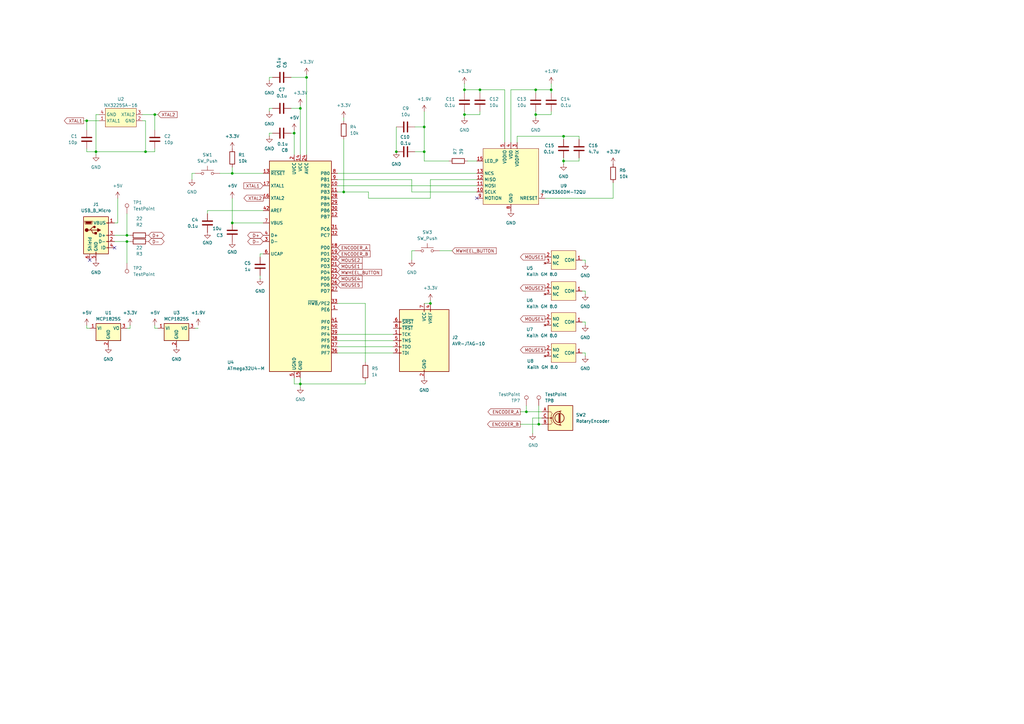
<source format=kicad_sch>
(kicad_sch (version 20231120) (generator "eeschema") (generator_version "8.0")
  (paper "A3")
  (title_block (title "Remmy") (date "2025-03-07") (rev "1.2"))
  (lib_symbols
    (symbol "Connector:AVR-JTAG-10" (pin_names (offset 1.016))
      (property "Reference" "J" (at -8.89 13.97 0))
      (property "Value" "AVR-JTAG-10" (at 1.27 13.97 0))
      (symbol "AVR-JTAG-10_0_1"
        (rectangle (start -2.667 12.7) (end -2.413 11.938))
        (rectangle (start -0.127 -11.938) (end 0.127 -12.7))
        (rectangle (start -0.127 12.7) (end 0.127 11.938))
        (rectangle (start 10.16 -4.953) (end 9.398 -5.207))
        (rectangle (start 10.16 -2.413) (end 9.398 -2.667))
        (rectangle (start 10.16 0.127) (end 9.398 -0.127))
        (rectangle (start 10.16 2.667) (end 9.398 2.413))
        (rectangle (start 10.16 5.207) (end 9.398 4.953))
        (rectangle (start 10.16 7.747) (end 9.398 7.493))
        (rectangle (start 10.16 12.7) (end -10.16 -12.7) (stroke (width 0.254)) (fill (type background)))
      )
      (symbol "AVR-JTAG-10_1_1"
        (pin passive line (at 12.7 2.54 180) (length 2.54) (name "TCK") (number "1"))
        (pin passive line (at 0 -15.24 90) (length 2.54) hide (name "GND") (number "10"))
        (pin passive line (at 0 -15.24 90) (length 2.54) (name "GND") (number "2"))
        (pin passive line (at 12.7 -2.54 180) (length 2.54) (name "TDO") (number "3"))
        (pin passive line (at -2.54 15.24 270) (length 2.54) (name "VREF") (number "4"))
        (pin passive line (at 12.7 0 180) (length 2.54) (name "TMS") (number "5"))
        (pin passive line (at 12.7 7.62 180) (length 2.54) (name "~{SRST}") (number "6"))
        (pin passive line (at 0 15.24 270) (length 2.54) (name "VCC") (number "7"))
        (pin passive line (at 12.7 5.08 180) (length 2.54) (name "~{TRST}") (number "8"))
        (pin passive line (at 12.7 -5.08 180) (length 2.54) (name "TDI") (number "9"))
      )
    )
    (symbol "Connector:TestPoint" (pin_numbers hide) (pin_names (offset 0.762) hide)
      (property "Reference" "TP" (at 0 6.858 0))
      (property "Value" "TestPoint" (at 0 5.08 0))
      (symbol "TestPoint_0_1"
        (circle (center 0 3.302) (radius 0.762))
      )
      (symbol "TestPoint_1_1"
        (pin passive line (at 0 0 90) (length 2.54) (name "1") (number "1"))
      )
    )
    (symbol "Connector:USB_B_Micro" (pin_names (offset 1.016))
      (property "Reference" "J" (at -5.08 11.43 0))
      (property "Value" "USB_B_Micro" (at -5.08 8.89 0))
      (symbol "USB_B_Micro_0_1"
        (rectangle (start -5.08 -7.62) (end 5.08 7.62) (stroke (width 0.254)) (fill (type background)))
        (circle (center -3.81 2.159) (radius 0.635) (stroke (width 0.254)) (fill (type outline)))
        (circle (center -0.635 3.429) (radius 0.381) (stroke (width 0.254)) (fill (type outline)))
        (rectangle (start -0.127 -7.62) (end 0.127 -6.858))
        (polyline (pts (xy -1.905 2.159) (xy 0.635 2.159)) (stroke (width 0.254)))
        (polyline (pts (xy -3.175 2.159) (xy -2.54 2.159) (xy -1.27 3.429) (xy -0.635 3.429)) (stroke (width 0.254)))
        (polyline (pts (xy -2.54 2.159) (xy -1.905 2.159) (xy -1.27 0.889) (xy 0 0.889)) (stroke (width 0.254)))
        (polyline (pts (xy 0.635 2.794) (xy 0.635 1.524) (xy 1.905 2.159) (xy 0.635 2.794)) (stroke (width 0.254)) (fill (type outline)))
        (polyline (pts (xy -4.318 5.588) (xy -1.778 5.588) (xy -2.032 4.826) (xy -4.064 4.826) (xy -4.318 5.588)) (fill (type outline)))
        (polyline (pts (xy -4.699 5.842) (xy -4.699 5.588) (xy -4.445 4.826) (xy -4.445 4.572) (xy -1.651 4.572) (xy -1.651 4.826) (xy -1.397 5.588) (xy -1.397 5.842) (xy -4.699 5.842)))
        (rectangle (start 0.254 1.27) (end -0.508 0.508) (stroke (width 0.254)) (fill (type outline)))
        (rectangle (start 5.08 -5.207) (end 4.318 -4.953))
        (rectangle (start 5.08 -2.667) (end 4.318 -2.413))
        (rectangle (start 5.08 -0.127) (end 4.318 0.127))
        (rectangle (start 5.08 4.953) (end 4.318 5.207))
      )
      (symbol "USB_B_Micro_1_1"
        (pin power_out line (at 7.62 5.08 180) (length 2.54) (name "VBUS") (number "1"))
        (pin bidirectional line (at 7.62 -2.54 180) (length 2.54) (name "D-") (number "2"))
        (pin bidirectional line (at 7.62 0 180) (length 2.54) (name "D+") (number "3"))
        (pin passive line (at 7.62 -5.08 180) (length 2.54) (name "ID") (number "4"))
        (pin power_out line (at 0 -10.16 90) (length 2.54) (name "GND") (number "5"))
        (pin passive line (at -2.54 -10.16 90) (length 2.54) (name "Shield") (number "6"))
      )
    )
    (symbol "Device:C" (pin_numbers hide) (pin_names (offset 0.254))
      (property "Reference" "C" (at 0.635 2.54 0))
      (property "Value" "C" (at 0.635 -2.54 0))
      (symbol "C_0_1"
        (polyline (pts (xy -2.032 -0.762) (xy 2.032 -0.762)) (stroke (width 0.508)))
        (polyline (pts (xy -2.032 0.762) (xy 2.032 0.762)) (stroke (width 0.508)))
      )
      (symbol "C_1_1"
        (pin passive line (at 0 3.81 270) (length 2.794) (name "~") (number "1"))
        (pin passive line (at 0 -3.81 90) (length 2.794) (name "~") (number "2"))
      )
    )
    (symbol "Device:R" (pin_numbers hide) (pin_names (offset 0))
      (property "Reference" "R" (at 2.032 0 90))
      (property "Value" "R" (at 0 0 90))
      (symbol "R_0_1"
        (rectangle (start -1.016 -2.54) (end 1.016 2.54) (stroke (width 0.254)))
      )
      (symbol "R_1_1"
        (pin passive line (at 0 3.81 270) (length 1.27) (name "~") (number "1"))
        (pin passive line (at 0 -3.81 90) (length 1.27) (name "~") (number "2"))
      )
    )
    (symbol "Device:RotaryEncoder" (pin_names (offset 0.254) hide)
      (property "Reference" "SW" (at 0 6.604 0))
      (property "Value" "RotaryEncoder" (at 0 -6.604 0))
      (symbol "RotaryEncoder_0_1"
        (rectangle (start -5.08 5.08) (end 5.08 -5.08) (stroke (width 0.254)) (fill (type background)))
        (circle (center -3.81 0) (radius 0.254) (fill (type outline)))
        (circle (center -0.381 0) (radius 1.905) (stroke (width 0.254)))
        (arc (start -0.381 2.667) (mid -3.0988 -0.0635) (end -0.381 -2.794) (stroke (width 0.254)))
        (polyline (pts (xy -0.635 -1.778) (xy -0.635 1.778)) (stroke (width 0.254)))
        (polyline (pts (xy -0.381 -1.778) (xy -0.381 1.778)) (stroke (width 0.254)))
        (polyline (pts (xy -0.127 1.778) (xy -0.127 -1.778)) (stroke (width 0.254)))
        (polyline (pts (xy -5.08 -2.54) (xy -3.81 -2.54) (xy -3.81 -2.032)))
        (polyline (pts (xy -5.08 2.54) (xy -3.81 2.54) (xy -3.81 2.032)))
        (polyline (pts (xy 0.254 -3.048) (xy -0.508 -2.794) (xy 0.127 -2.413)) (stroke (width 0.254)))
        (polyline (pts (xy 0.254 2.921) (xy -0.508 2.667) (xy 0.127 2.286)) (stroke (width 0.254)))
        (polyline (pts (xy -5.08 0) (xy -3.81 0) (xy -3.81 -1.016) (xy -3.302 -2.032)))
        (polyline (pts (xy -4.318 0) (xy -3.81 0) (xy -3.81 1.016) (xy -3.302 2.032)))
      )
      (symbol "RotaryEncoder_1_1"
        (pin passive line (at -7.62 2.54 0) (length 2.54) (name "A") (number "A"))
        (pin passive line (at -7.62 -2.54 0) (length 2.54) (name "B") (number "B"))
        (pin passive line (at -7.62 0 0) (length 2.54) (name "C") (number "C"))
      )
    )
    (symbol "MCU_Microchip_ATmega:ATmega32U4-M"
      (property "Reference" "U" (at -12.7 44.45 0))
      (property "Value" "ATmega32U4-M" (at 2.54 -44.45 0))
      (symbol "ATmega32U4-M_0_1"
        (rectangle (start -12.7 -43.18) (end 12.7 43.18) (stroke (width 0.254)) (fill (type background)))
      )
      (symbol "ATmega32U4-M_1_1"
        (pin bidirectional line (at 15.24 -17.78 180) (length 2.54) (name "PE6") (number "1"))
        (pin bidirectional line (at 15.24 33.02 180) (length 2.54) (name "PB2") (number "10"))
        (pin bidirectional line (at 15.24 30.48 180) (length 2.54) (name "PB3") (number "11"))
        (pin bidirectional line (at 15.24 20.32 180) (length 2.54) (name "PB7") (number "12"))
        (pin input line (at -15.24 38.1 0) (length 2.54) (name "~{RESET}") (number "13"))
        (pin power_in line (at 0 45.72 270) (length 2.54) (name "VCC") (number "14"))
        (pin power_in line (at 0 -45.72 90) (length 2.54) (name "GND") (number "15"))
        (pin output line (at -15.24 27.94 0) (length 2.54) (name "XTAL2") (number "16"))
        (pin input line (at -15.24 33.02 0) (length 2.54) (name "XTAL1") (number "17"))
        (pin bidirectional line (at 15.24 7.62 180) (length 2.54) (name "PD0") (number "18"))
        (pin bidirectional line (at 15.24 5.08 180) (length 2.54) (name "PD1") (number "19"))
        (pin power_in line (at -2.54 45.72 270) (length 2.54) (name "UVCC") (number "2"))
        (pin bidirectional line (at 15.24 2.54 180) (length 2.54) (name "PD2") (number "20"))
        (pin bidirectional line (at 15.24 0 180) (length 2.54) (name "PD3") (number "21"))
        (pin bidirectional line (at 15.24 -5.08 180) (length 2.54) (name "PD5") (number "22"))
        (pin passive line (at 0 -45.72 90) (length 2.54) hide (name "GND") (number "23"))
        (pin power_in line (at 2.54 45.72 270) (length 2.54) (name "AVCC") (number "24"))
        (pin bidirectional line (at 15.24 -2.54 180) (length 2.54) (name "PD4") (number "25"))
        (pin bidirectional line (at 15.24 -7.62 180) (length 2.54) (name "PD6") (number "26"))
        (pin bidirectional line (at 15.24 -10.16 180) (length 2.54) (name "PD7") (number "27"))
        (pin bidirectional line (at 15.24 27.94 180) (length 2.54) (name "PB4") (number "28"))
        (pin bidirectional line (at 15.24 25.4 180) (length 2.54) (name "PB5") (number "29"))
        (pin bidirectional line (at -15.24 10.16 0) (length 2.54) (name "D-") (number "3"))
        (pin bidirectional line (at 15.24 22.86 180) (length 2.54) (name "PB6") (number "30"))
        (pin bidirectional line (at 15.24 15.24 180) (length 2.54) (name "PC6") (number "31"))
        (pin bidirectional line (at 15.24 12.7 180) (length 2.54) (name "PC7") (number "32"))
        (pin bidirectional line (at 15.24 -15.24 180) (length 2.54) (name "~{HWB}/PE2") (number "33"))
        (pin passive line (at 0 45.72 270) (length 2.54) hide (name "VCC") (number "34"))
        (pin passive line (at 0 -45.72 90) (length 2.54) hide (name "GND") (number "35"))
        (pin bidirectional line (at 15.24 -35.56 180) (length 2.54) (name "PF7") (number "36"))
        (pin bidirectional line (at 15.24 -33.02 180) (length 2.54) (name "PF6") (number "37"))
        (pin bidirectional line (at 15.24 -30.48 180) (length 2.54) (name "PF5") (number "38"))
        (pin bidirectional line (at 15.24 -27.94 180) (length 2.54) (name "PF4") (number "39"))
        (pin bidirectional line (at -15.24 12.7 0) (length 2.54) (name "D+") (number "4"))
        (pin bidirectional line (at 15.24 -25.4 180) (length 2.54) (name "PF1") (number "40"))
        (pin bidirectional line (at 15.24 -22.86 180) (length 2.54) (name "PF0") (number "41"))
        (pin passive line (at -15.24 22.86 0) (length 2.54) (name "AREF") (number "42"))
        (pin passive line (at 0 -45.72 90) (length 2.54) hide (name "GND") (number "43"))
        (pin passive line (at 2.54 45.72 270) (length 2.54) hide (name "AVCC") (number "44"))
        (pin passive line (at 0 -45.72 90) (length 2.54) hide (name "GND") (number "45"))
        (pin passive line (at -2.54 -45.72 90) (length 2.54) (name "UGND") (number "5"))
        (pin passive line (at -15.24 5.08 0) (length 2.54) (name "UCAP") (number "6"))
        (pin input line (at -15.24 17.78 0) (length 2.54) (name "VBUS") (number "7"))
        (pin bidirectional line (at 15.24 38.1 180) (length 2.54) (name "PB0") (number "8"))
        (pin bidirectional line (at 15.24 35.56 180) (length 2.54) (name "PB1") (number "9"))
      )
    )
    (symbol "Mouse:Kailh_GM_8.0"
      (property "Reference" "U" (at 0 0 0))
      (property "Value" "Kailh GM 8.0" (at 0 6.604 0))
      (symbol "Kailh_GM_8.0_1_1"
        (rectangle (start -5.08 3.81) (end 5.08 -3.81) (fill (type background)))
        (pin input line (at 7.62 0 180) (length 2.54) (name "COM") (number "1"))
        (pin input line (at -7.62 1.27 0) (length 2.54) (name "NO") (number "2"))
        (pin no_connect line (at -7.62 -1.27 0) (length 2.54) (name "NC") (number "3"))
      )
    )
    (symbol "Mouse:NX3225SA-16"
      (property "Reference" "U" (at 0 0 0))
      (property "Value" "NX3225SA-16" (at 0 5.334 0))
      (symbol "NX3225SA-16_1_1"
        (rectangle (start -6.35 3.81) (end 6.35 -3.81) (fill (type background)))
        (pin output line (at -8.89 -1.27 0) (length 2.54) (name "XTAL1") (number "1"))
        (pin power_in line (at 8.89 -1.27 180) (length 2.54) (name "GND") (number "2"))
        (pin input line (at 8.89 1.27 180) (length 2.54) (name "XTAL2") (number "3"))
        (pin power_in line (at -8.89 1.27 0) (length 2.54) (name "GND") (number "4"))
      )
    )
    (symbol "Mouse:PMW3360DM-T2QU"
      (property "Reference" "U" (at 0 0 0))
      (property "Value" "PMW3360DM-T2QU" (at -14.986 -13.462 0))
      (symbol "PMW3360DM-T2QU_1_1"
        (rectangle (start -11.43 11.43) (end 11.43 -11.43) (fill (type background)))
        (pin no_connect line (at -13.97 8.89 0) (length 2.54) hide (name "NC") (number "1"))
        (pin input line (at 13.97 -6.35 180) (length 2.54) (name "SCLK") (number "10"))
        (pin input line (at 13.97 -3.81 180) (length 2.54) (name "MOSI") (number "11"))
        (pin output line (at 13.97 -1.27 180) (length 2.54) (name "MISO") (number "12"))
        (pin input line (at 13.97 1.27 180) (length 2.54) (name "NCS") (number "13"))
        (pin no_connect line (at 13.97 3.81 180) (length 2.54) hide (name "NC") (number "14"))
        (pin input line (at 13.97 6.35 180) (length 2.54) (name "LED_P") (number "15"))
        (pin no_connect line (at 13.97 8.89 180) (length 2.54) hide (name "NC") (number "16"))
        (pin no_connect line (at -13.97 6.35 0) (length 2.54) hide (name "NC") (number "2"))
        (pin power_out line (at -2.54 13.97 270) (length 2.54) (name "VDDPIX") (number "3"))
        (pin power_in line (at 0 13.97 270) (length 2.54) (name "VDD") (number "4"))
        (pin power_in line (at 2.54 13.97 270) (length 2.54) (name "VDDIO") (number "5"))
        (pin no_connect line (at -13.97 -6.35 0) (length 2.54) hide (name "NC") (number "6"))
        (pin input line (at -13.97 -8.89 0) (length 2.54) (name "NRESET") (number "7"))
        (pin power_in line (at 0 -13.97 90) (length 2.54) (name "GND") (number "8"))
        (pin output line (at 13.97 -8.89 180) (length 2.54) (name "MOTION") (number "9"))
      )
    )
    (symbol "Regulator_Linear:MCP1825S"
      (property "Reference" "U" (at -3.81 3.175 0))
      (property "Value" "MCP1825S" (at 0 3.175 0))
      (symbol "MCP1825S_0_1"
        (rectangle (start -5.08 1.905) (end 5.08 -5.08) (stroke (width 0.254)) (fill (type background)))
      )
      (symbol "MCP1825S_1_1"
        (pin power_in line (at -7.62 0 0) (length 2.54) (name "VI") (number "1"))
        (pin power_in line (at 0 -7.62 90) (length 2.54) (name "GND") (number "2"))
        (pin power_out line (at 7.62 0 180) (length 2.54) (name "VO") (number "3"))
      )
    )
    (symbol "Switch:SW_Push" (pin_numbers hide) (pin_names (offset 1.016) hide)
      (property "Reference" "SW" (at 1.27 2.54 0))
      (property "Value" "SW_Push" (at 0 -1.524 0))
      (symbol "SW_Push_0_1"
        (circle (center -2.032 0) (radius 0.508))
        (polyline (pts (xy 0 1.27) (xy 0 3.048)))
        (polyline (pts (xy 2.54 1.27) (xy -2.54 1.27)))
        (circle (center 2.032 0) (radius 0.508))
        (pin passive line (at -5.08 0 0) (length 2.54) (name "1") (number "1"))
        (pin passive line (at 5.08 0 180) (length 2.54) (name "2") (number "2"))
      )
    )
    (symbol "power:+3.3V" (power) (pin_numbers hide) (pin_names (offset 0) hide)
      (property "Value" "+3.3V" (at 0 3.556 0))
      (symbol "+3.3V_0_1"
        (polyline (pts (xy -0.762 1.27) (xy 0 2.54)))
        (polyline (pts (xy 0 0) (xy 0 2.54)))
        (polyline (pts (xy 0 2.54) (xy 0.762 1.27)))
      )
      (symbol "+3.3V_1_1"
        (pin power_in line (at 0 0 90) (length 0) (name "~") (number "1"))
      )
    )
    (symbol "power:+5V" (power) (pin_numbers hide) (pin_names (offset 0) hide)
      (property "Value" "+5V" (at 0 3.556 0))
      (symbol "+5V_0_1"
        (polyline (pts (xy -0.762 1.27) (xy 0 2.54)))
        (polyline (pts (xy 0 0) (xy 0 2.54)))
        (polyline (pts (xy 0 2.54) (xy 0.762 1.27)))
      )
      (symbol "+5V_1_1"
        (pin power_in line (at 0 0 90) (length 0) (name "~") (number "1"))
      )
    )
    (symbol "power:GND" (power) (pin_numbers hide) (pin_names (offset 0) hide)
      (property "Value" "GND" (at 0 -3.81 0))
      (symbol "GND_0_1"
        (polyline (pts (xy 0 0) (xy 0 -1.27) (xy 1.27 -1.27) (xy 0 -2.54) (xy -1.27 -1.27) (xy 0 -1.27)))
      )
      (symbol "GND_1_1"
        (pin power_in line (at 0 0 270) (length 0) (name "~") (number "1"))
      )
    )
  )
  (junction (at 123.19 44.45))
  (junction (at 35.56 49.53))
  (junction (at 173.99 52.07))
  (junction (at 176.53 124.46))
  (junction (at 123.19 157.48))
  (junction (at 231.14 55.88))
  (junction (at 162.56 62.23))
  (junction (at 215.9 168.91))
  (junction (at 52.07 96.52))
  (junction (at 219.71 36.83))
  (junction (at 231.14 66.04))
  (junction (at 196.85 36.83))
  (junction (at 190.5 46.99))
  (junction (at 59.69 62.23))
  (junction (at 220.98 173.99))
  (junction (at 173.99 62.23))
  (junction (at 219.71 46.99))
  (junction (at 39.37 62.23))
  (junction (at 140.97 78.74))
  (junction (at 190.5 36.83))
  (junction (at 120.65 54.61))
  (junction (at 95.25 91.44))
  (junction (at 63.5 46.99))
  (junction (at 125.73 31.75))
  (junction (at 226.06 36.83))
  (junction (at 52.07 99.06))
  (junction (at 95.25 71.12))
  (no_connect (at 36.83 106.68))
  (no_connect (at 46.99 101.6))
  (no_connect (at 195.58 81.28))
  (wire (pts (xy 123.19 44.45) (xy 123.19 63.5)))
  (wire (pts (xy 196.85 36.83) (xy 207.01 36.83)))
  (wire (pts (xy 63.5 53.34) (xy 63.5 46.99)))
  (wire (pts (xy 231.14 64.77) (xy 231.14 66.04)))
  (wire (pts (xy 173.99 52.07) (xy 173.99 62.23)))
  (wire (pts (xy 238.76 132.08) (xy 240.03 132.08)))
  (wire (pts (xy 140.97 78.74) (xy 138.43 78.74)))
  (wire (pts (xy 226.06 46.99) (xy 219.71 46.99)))
  (wire (pts (xy 151.13 81.28) (xy 151.13 78.74)))
  (wire (pts (xy 110.49 54.61) (xy 111.76 54.61)))
  (wire (pts (xy 35.56 49.53) (xy 35.56 53.34)))
  (wire (pts (xy 173.99 66.04) (xy 184.15 66.04)))
  (wire (pts (xy 90.17 71.12) (xy 95.25 71.12)))
  (wire (pts (xy 138.43 139.7) (xy 161.29 139.7)))
  (wire (pts (xy 123.19 43.18) (xy 123.19 44.45)))
  (wire (pts (xy 46.99 99.06) (xy 52.07 99.06)))
  (wire (pts (xy 240.03 144.78) (xy 240.03 146.05)))
  (wire (pts (xy 190.5 34.29) (xy 190.5 36.83)))
  (wire (pts (xy 63.5 133.35) (xy 63.5 134.62)))
  (wire (pts (xy 196.85 45.72) (xy 196.85 46.99)))
  (wire (pts (xy 240.03 132.08) (xy 240.03 133.35)))
  (wire (pts (xy 110.49 31.75) (xy 110.49 33.02)))
  (wire (pts (xy 110.49 44.45) (xy 111.76 44.45)))
  (wire (pts (xy 231.14 66.04) (xy 231.14 67.31)))
  (wire (pts (xy 190.5 36.83) (xy 196.85 36.83)))
  (wire (pts (xy 215.9 166.37) (xy 215.9 168.91)))
  (wire (pts (xy 219.71 36.83) (xy 219.71 38.1)))
  (wire (pts (xy 123.19 154.94) (xy 123.19 157.48)))
  (wire (pts (xy 140.97 48.26) (xy 140.97 49.53)))
  (wire (pts (xy 46.99 96.52) (xy 52.07 96.52)))
  (wire (pts (xy 168.91 73.66) (xy 168.91 78.74)))
  (wire (pts (xy 52.07 99.06) (xy 53.34 99.06)))
  (wire (pts (xy 138.43 124.46) (xy 149.86 124.46)))
  (wire (pts (xy 190.5 36.83) (xy 190.5 38.1)))
  (wire (pts (xy 138.43 144.78) (xy 161.29 144.78)))
  (wire (pts (xy 240.03 106.68) (xy 240.03 107.95)))
  (wire (pts (xy 59.69 62.23) (xy 63.5 62.23)))
  (wire (pts (xy 219.71 45.72) (xy 219.71 46.99)))
  (wire (pts (xy 176.53 73.66) (xy 176.53 81.28)))
  (wire (pts (xy 215.9 168.91) (xy 222.25 168.91)))
  (wire (pts (xy 64.77 134.62) (xy 63.5 134.62)))
  (wire (pts (xy 106.68 113.03) (xy 106.68 114.3)))
  (wire (pts (xy 173.99 45.72) (xy 173.99 52.07)))
  (wire (pts (xy 149.86 157.48) (xy 149.86 156.21)))
  (wire (pts (xy 170.18 62.23) (xy 173.99 62.23)))
  (wire (pts (xy 251.46 74.93) (xy 251.46 81.28)))
  (wire (pts (xy 35.56 62.23) (xy 39.37 62.23)))
  (wire (pts (xy 138.43 76.2) (xy 195.58 76.2)))
  (wire (pts (xy 34.29 49.53) (xy 35.56 49.53)))
  (wire (pts (xy 58.42 46.99) (xy 63.5 46.99)))
  (wire (pts (xy 39.37 46.99) (xy 39.37 62.23)))
  (wire (pts (xy 213.36 173.99) (xy 220.98 173.99)))
  (wire (pts (xy 168.91 106.68) (xy 168.91 102.87)))
  (wire (pts (xy 220.98 173.99) (xy 222.25 173.99)))
  (wire (pts (xy 106.68 104.14) (xy 107.95 104.14)))
  (wire (pts (xy 78.74 71.12) (xy 80.01 71.12)))
  (wire (pts (xy 207.01 36.83) (xy 207.01 58.42)))
  (wire (pts (xy 521.75 214.8) (xy 521.75 216.07)))
  (wire (pts (xy 190.5 45.72) (xy 190.5 46.99)))
  (wire (pts (xy 226.06 36.83) (xy 219.71 36.83)))
  (wire (pts (xy 120.65 53.34) (xy 120.65 54.61)))
  (wire (pts (xy 52.07 99.06) (xy 52.07 107.95)))
  (wire (pts (xy 110.49 31.75) (xy 111.76 31.75)))
  (wire (pts (xy 119.38 44.45) (xy 123.19 44.45)))
  (wire (pts (xy 231.14 57.15) (xy 231.14 55.88)))
  (wire (pts (xy 176.53 81.28) (xy 151.13 81.28)))
  (wire (pts (xy 170.18 52.07) (xy 173.99 52.07)))
  (wire (pts (xy 240.03 119.38) (xy 240.03 120.65)))
  (wire (pts (xy 35.56 49.53) (xy 40.64 49.53)))
  (wire (pts (xy 220.98 166.37) (xy 220.98 173.99)))
  (wire (pts (xy 39.37 62.23) (xy 39.37 63.5)))
  (wire (pts (xy 190.5 46.99) (xy 190.5 48.26)))
  (wire (pts (xy 180.34 102.87) (xy 185.42 102.87)))
  (wire (pts (xy 251.46 81.28) (xy 223.52 81.28)))
  (wire (pts (xy 212.09 55.88) (xy 212.09 58.42)))
  (wire (pts (xy 110.49 54.61) (xy 110.49 55.88)))
  (wire (pts (xy 120.65 157.48) (xy 120.65 154.94)))
  (wire (pts (xy 78.74 73.66) (xy 78.74 71.12)))
  (wire (pts (xy 119.38 31.75) (xy 125.73 31.75)))
  (wire (pts (xy 85.09 86.36) (xy 107.95 86.36)))
  (wire (pts (xy 35.56 133.35) (xy 35.56 134.62)))
  (wire (pts (xy 173.99 62.23) (xy 173.99 66.04)))
  (wire (pts (xy 237.49 64.77) (xy 237.49 66.04)))
  (wire (pts (xy 59.69 49.53) (xy 59.69 62.23)))
  (wire (pts (xy 48.26 81.28) (xy 48.26 91.44)))
  (wire (pts (xy 173.99 124.46) (xy 176.53 124.46)))
  (wire (pts (xy 231.14 55.88) (xy 237.49 55.88)))
  (wire (pts (xy 237.49 66.04) (xy 231.14 66.04)))
  (wire (pts (xy 195.58 66.04) (xy 191.77 66.04)))
  (wire (pts (xy 162.56 52.07) (xy 162.56 62.23)))
  (wire (pts (xy 231.14 55.88) (xy 212.09 55.88)))
  (wire (pts (xy 52.07 96.52) (xy 53.34 96.52)))
  (wire (pts (xy 140.97 57.15) (xy 140.97 78.74)))
  (wire (pts (xy 218.44 177.8) (xy 218.44 171.45)))
  (wire (pts (xy 238.76 119.38) (xy 240.03 119.38)))
  (wire (pts (xy 196.85 46.99) (xy 190.5 46.99)))
  (wire (pts (xy 95.25 71.12) (xy 107.95 71.12)))
  (wire (pts (xy 176.53 123.19) (xy 176.53 124.46)))
  (wire (pts (xy 125.73 30.48) (xy 125.73 31.75)))
  (wire (pts (xy 149.86 124.46) (xy 149.86 148.59)))
  (wire (pts (xy 119.38 54.61) (xy 120.65 54.61)))
  (wire (pts (xy 138.43 73.66) (xy 168.91 73.66)))
  (wire (pts (xy 149.86 157.48) (xy 123.19 157.48)))
  (wire (pts (xy 95.25 68.58) (xy 95.25 71.12)))
  (wire (pts (xy 52.07 134.62) (xy 53.34 134.62)))
  (wire (pts (xy 138.43 137.16) (xy 161.29 137.16)))
  (wire (pts (xy 35.56 60.96) (xy 35.56 62.23)))
  (wire (pts (xy 219.71 36.83) (xy 209.55 36.83)))
  (wire (pts (xy 226.06 34.29) (xy 226.06 36.83)))
  (wire (pts (xy 238.76 144.78) (xy 240.03 144.78)))
  (wire (pts (xy 80.01 134.62) (xy 81.28 134.62)))
  (wire (pts (xy 40.64 46.99) (xy 39.37 46.99)))
  (wire (pts (xy 35.56 134.62) (xy 36.83 134.62)))
  (wire (pts (xy 110.49 44.45) (xy 110.49 45.72)))
  (wire (pts (xy 218.44 171.45) (xy 222.25 171.45)))
  (wire (pts (xy 226.06 38.1) (xy 226.06 36.83)))
  (wire (pts (xy 168.91 78.74) (xy 195.58 78.74)))
  (wire (pts (xy 176.53 73.66) (xy 195.58 73.66)))
  (wire (pts (xy 238.76 106.68) (xy 240.03 106.68)))
  (wire (pts (xy 237.49 55.88) (xy 237.49 57.15)))
  (wire (pts (xy 95.25 91.44) (xy 107.95 91.44)))
  (wire (pts (xy 151.13 78.74) (xy 140.97 78.74)))
  (wire (pts (xy 196.85 38.1) (xy 196.85 36.83)))
  (wire (pts (xy 123.19 157.48) (xy 123.19 158.75)))
  (wire (pts (xy 138.43 142.24) (xy 161.29 142.24)))
  (wire (pts (xy 106.68 105.41) (xy 106.68 104.14)))
  (wire (pts (xy 95.25 81.28) (xy 95.25 91.44)))
  (wire (pts (xy 59.69 49.53) (xy 58.42 49.53)))
  (wire (pts (xy 123.19 157.48) (xy 120.65 157.48)))
  (wire (pts (xy 209.55 36.83) (xy 209.55 58.42)))
  (wire (pts (xy 125.73 31.75) (xy 125.73 63.5)))
  (wire (pts (xy 46.99 91.44) (xy 48.26 91.44)))
  (wire (pts (xy 85.09 86.36) (xy 85.09 87.63)))
  (wire (pts (xy 219.71 46.99) (xy 219.71 48.26)))
  (wire (pts (xy 213.36 168.91) (xy 215.9 168.91)))
  (wire (pts (xy 63.5 60.96) (xy 63.5 62.23)))
  (wire (pts (xy 53.34 133.35) (xy 53.34 134.62)))
  (wire (pts (xy 168.91 102.87) (xy 170.18 102.87)))
  (wire (pts (xy 226.06 45.72) (xy 226.06 46.99)))
  (wire (pts (xy 39.37 62.23) (xy 59.69 62.23)))
  (wire (pts (xy 63.5 46.99) (xy 64.77 46.99)))
  (wire (pts (xy 138.43 71.12) (xy 195.58 71.12)))
  (wire (pts (xy 120.65 54.61) (xy 120.65 63.5)))
  (wire (pts (xy 52.07 87.63) (xy 52.07 96.52)))
  (global_label "MOUSE5" (shape output) (at 223.52 143.51 180) (property "Intersheetrefs" "${INTERSHEET_REFS}" (effects (hide yes))))
  (global_label "D+" (shape bidirectional) (at 60.96 96.52 0) (property "Intersheetrefs" "${INTERSHEET_REFS}" (effects (hide yes))))
  (global_label "ENCODER_A" (shape input) (at 138.43 101.6 0) (property "Intersheetrefs" "${INTERSHEET_REFS}" (effects (hide yes))))
  (global_label "D-" (shape bidirectional) (at 107.95 99.06 180) (property "Intersheetrefs" "${INTERSHEET_REFS}" (effects (hide yes))))
  (global_label "D+" (shape bidirectional) (at 107.95 96.52 180) (property "Intersheetrefs" "${INTERSHEET_REFS}" (effects (hide yes))))
  (global_label "XTAL1" (shape input) (at 107.95 76.2 180) (property "Intersheetrefs" "${INTERSHEET_REFS}" (effects (hide yes))))
  (global_label "XTAL2" (shape input) (at 64.77 46.99 0) (property "Intersheetrefs" "${INTERSHEET_REFS}" (effects (hide yes))))
  (global_label "MOUSE4" (shape input) (at 138.43 114.3 0) (property "Intersheetrefs" "${INTERSHEET_REFS}" (effects (hide yes))))
  (global_label "MOUSE5" (shape input) (at 138.43 116.84 0) (property "Intersheetrefs" "${INTERSHEET_REFS}" (effects (hide yes))))
  (global_label "D-" (shape bidirectional) (at 60.96 99.06 0) (property "Intersheetrefs" "${INTERSHEET_REFS}" (effects (hide yes))))
  (global_label "ENCODER_B" (shape output) (at 213.36 173.99 180) (property "Intersheetrefs" "${INTERSHEET_REFS}" (effects (hide yes))))
  (global_label "MWHEEL_BUTTON" (shape input) (at 185.42 102.87 0) (property "Intersheetrefs" "${INTERSHEET_REFS}" (effects (hide yes))))
  (global_label "MOUSE4" (shape output) (at 223.52 130.81 180) (property "Intersheetrefs" "${INTERSHEET_REFS}" (effects (hide yes))))
  (global_label "XTAL1" (shape output) (at 34.29 49.53 180) (property "Intersheetrefs" "${INTERSHEET_REFS}" (effects (hide yes))))
  (global_label "ENCODER_B" (shape input) (at 138.43 104.14 0) (property "Intersheetrefs" "${INTERSHEET_REFS}" (effects (hide yes))))
  (global_label "MOUSE2" (shape output) (at 223.52 118.11 180) (property "Intersheetrefs" "${INTERSHEET_REFS}" (effects (hide yes))))
  (global_label "MOUSE2" (shape input) (at 138.43 106.68 0) (property "Intersheetrefs" "${INTERSHEET_REFS}" (effects (hide yes))))
  (global_label "MOUSE1" (shape output) (at 223.52 105.41 180) (property "Intersheetrefs" "${INTERSHEET_REFS}" (effects (hide yes))))
  (global_label "XTAL2" (shape output) (at 107.95 81.28 180) (property "Intersheetrefs" "${INTERSHEET_REFS}" (effects (hide yes))))
  (global_label "MWHEEL_BUTTON" (shape input) (at 138.43 111.76 0) (property "Intersheetrefs" "${INTERSHEET_REFS}" (effects (hide yes))))
  (global_label "MOUSE1" (shape input) (at 138.43 109.22 0) (property "Intersheetrefs" "${INTERSHEET_REFS}" (effects (hide yes))))
  (global_label "ENCODER_A" (shape output) (at 213.36 168.91 180) (property "Intersheetrefs" "${INTERSHEET_REFS}" (effects (hide yes))))
  (symbol (lib_id "power:GND") (at 39.37 63.5 0) (unit 1)
    (property "Reference" "#PWR04" (effects (hide yes)))
    (property "Value" "GND" (at 39.37 68.58 0))
    (property "Description" "Power symbol creates a global label with name \"GND\" , ground" (effects (hide yes)))
  )
  (symbol (lib_id "power:+5V") (at 48.26 81.28 0) (unit 1)
    (property "Reference" "#PWR06" (effects (hide yes)))
    (property "Value" "+5V" (at 48.26 76.2 0))
    (property "Description" "Power symbol creates a global label with name \"+5V\"" (effects (hide yes)))
  )
  (symbol (lib_id "power:+3.3V") (at 176.53 123.19 0) (unit 1)
    (property "Reference" "#PWR042" (effects (hide yes)))
    (property "Value" "+3.3V" (at 176.53 118.11 0))
    (property "Description" "Power symbol creates a global label with name \"+3.3V\"" (effects (hide yes)))
  )
  (symbol (lib_id "power:GND") (at 106.68 114.3 0) (unit 1)
    (property "Reference" "#PWR015" (effects (hide yes)))
    (property "Value" "GND" (at 106.68 119.38 0))
    (property "Description" "Power symbol creates a global label with name \"GND\" , ground" (effects (hide yes)))
  )
  (symbol (lib_id "Device:C") (at 231.14 60.96 0) (mirror y) (unit 1)
    (property "Reference" "C15" (at 227.33 59.6899 0) (effects (justify left)))
    (property "Value" "0.1u" (at 227.33 62.2299 0) (effects (justify left)))
    (property "Footprint" "Capacitor_SMD:C_0402_1005Metric" (effects (hide yes)))
    (property "Description" "Unpolarized capacitor" (effects (hide yes)))
  )
  (symbol (lib_id "Device:R") (at 187.96 66.04 90) (unit 1)
    (property "Reference" "R7" (at 186.6899 63.5 0) (effects (justify left)))
    (property "Value" "39" (at 189.2299 63.5 0) (effects (justify left)))
    (property "Footprint" "Resistor_SMD:R_0402_1005Metric_Pad0.72x0.64mm_HandSolder" (effects (hide yes)))
    (property "Description" "Resistor" (effects (hide yes)))
  )
  (symbol (lib_id "power:+3.3V") (at 95.25 60.96 0) (unit 1)
    (property "Reference" "#PWR08" (effects (hide yes)))
    (property "Value" "+3.3V" (at 95.25 55.88 0))
    (property "Description" "Power symbol creates a global label with name \"+3.3V\"" (effects (hide yes)))
  )
  (symbol (lib_id "MCU_Microchip_ATmega:ATmega32U4-M") (at 123.19 109.22 0) (unit 1)
    (property "Reference" "U4" (at 93.218 148.59 0) (effects (justify left)))
    (property "Value" "ATmega32U4-M" (at 93.218 151.13 0) (effects (justify left)))
    (property "Footprint" "Custom_FP:QFN-44-1EP_7x7mm_P0.5mm_EP5.2x5.2mm_noGNDPlane" (effects (hide yes)))
    (property "Datasheet" "http://ww1.microchip.com/downloads/en/DeviceDoc/Atmel-7766-8-bit-AVR-ATmega16U4-32U4_Datasheet.pdf" (effects (hide yes)))
    (property "Description" "16MHz, 32kB Flash, 2.5kB SRAM, 1kB EEPROM, USB 2.0, QFN-44" (effects (hide yes)))
  )
  (symbol (lib_id "Device:C") (at 115.57 31.75 270) (mirror x) (unit 1)
    (property "Reference" "C6" (at 116.8401 27.94 0) (effects (justify left)))
    (property "Value" "0.1u" (at 114.3001 27.94 0) (effects (justify left)))
    (property "Footprint" "Capacitor_SMD:C_0402_1005Metric" (effects (hide yes)))
    (property "Description" "Unpolarized capacitor" (effects (hide yes)))
  )
  (symbol (lib_id "Mouse:Kailh_GM_8.0") (at 231.14 144.78 0) (unit 1)
    (property "Reference" "U8" (at 216.154 148.082 0) (effects (justify left)))
    (property "Value" "Kailh GM 8.0" (at 216.154 150.622 0) (effects (justify left)))
    (property "Footprint" "Custom_FP:Kailh_GM_8.0" (effects (hide yes)))
  )
  (symbol (lib_id "Connector:TestPoint") (at 52.07 107.95 180) (unit 1)
    (property "Reference" "TP2" (at 54.61 109.9819 0) (effects (justify right)))
    (property "Value" "TestPoint" (at 54.61 112.5219 0) (effects (justify right)))
    (property "Footprint" "TestPoint:TestPoint_Pad_D1.0mm" (effects (hide yes)))
    (property "Description" "test point" (effects (hide yes)))
  )
  (symbol (lib_id "Mouse:Kailh_GM_8.0") (at 231.14 119.38 0) (unit 1)
    (property "Reference" "U6" (at 215.9 123.19 0) (effects (justify left)))
    (property "Value" "Kailh GM 8.0" (at 215.9 125.73 0) (effects (justify left)))
    (property "Footprint" "Custom_FP:Kailh_GM_8.0" (effects (hide yes)))
  )
  (symbol (lib_id "Device:C") (at 196.85 41.91 0) (unit 1)
    (property "Reference" "C12" (at 200.66 40.6399 0) (effects (justify left)))
    (property "Value" "10u" (at 200.66 43.1799 0) (effects (justify left)))
    (property "Footprint" "Capacitor_SMD:C_0805_2012Metric" (effects (hide yes)))
    (property "Description" "Unpolarized capacitor" (effects (hide yes)))
  )
  (symbol (lib_id "power:GND") (at 209.55 86.36 0) (mirror y) (unit 1)
    (property "Reference" "#PWR034" (effects (hide yes)))
    (property "Value" "GND" (at 209.55 91.44 0))
    (property "Description" "Power symbol creates a global label with name \"GND\" , ground" (effects (hide yes)))
  )
  (symbol (lib_id "power:GND") (at 39.37 106.68 0) (unit 1)
    (property "Reference" "#PWR02" (effects (hide yes)))
    (property "Value" "GND" (at 39.37 111.76 0))
    (property "Description" "Power symbol creates a global label with name \"GND\" , ground" (effects (hide yes)))
  )
  (symbol (lib_id "power:GND") (at 219.71 48.26 0) (mirror y) (unit 1)
    (property "Reference" "#PWR035" (effects (hide yes)))
    (property "Value" "GND" (at 219.71 53.34 0))
    (property "Description" "Power symbol creates a global label with name \"GND\" , ground" (effects (hide yes)))
  )
  (symbol (lib_id "Switch:SW_Push") (at 85.09 71.12 0) (unit 1)
    (property "Reference" "SW1" (at 85.09 63.5 0))
    (property "Value" "SW_Push" (at 85.09 66.04 0))
    (property "Footprint" "Custom_FP:SW_PUSH_12mm" (effects (hide yes)))
    (property "Description" "Push button switch, generic, two pins" (effects (hide yes)))
  )
  (symbol (lib_id "Switch:SW_Push") (at 175.26 102.87 0) (unit 1)
    (property "Reference" "SW3" (at 175.26 95.25 0))
    (property "Value" "SW_Push" (at 175.26 97.79 0))
    (property "Footprint" "Custom_FP:SW_PUSH_6mm" (effects (hide yes)))
    (property "Description" "Push button switch, generic, two pins" (effects (hide yes)))
  )
  (symbol (lib_id "power:GND") (at 240.03 133.35 0) (unit 1)
    (property "Reference" "#PWR032" (effects (hide yes)))
    (property "Value" "GND" (at 240.03 138.43 0))
    (property "Description" "Power symbol creates a global label with name \"GND\" , ground" (effects (hide yes)))
  )
  (symbol (lib_id "Device:C") (at 106.68 109.22 0) (mirror y) (unit 1)
    (property "Reference" "C5" (at 102.87 107.95 0) (effects (justify left)))
    (property "Value" "1u" (at 102.87 110.49 0) (effects (justify left)))
    (property "Footprint" "Capacitor_SMD:C_0603_1608Metric" (effects (hide yes)))
    (property "Description" "Unpolarized capacitor" (effects (hide yes)))
  )
  (symbol (lib_id "power:+5V") (at 120.65 53.34 0) (unit 1)
    (property "Reference" "#PWR019" (effects (hide yes)))
    (property "Value" "+5V" (at 120.65 48.26 0))
    (property "Description" "Power symbol creates a global label with name \"+5V\"" (effects (hide yes)))
  )
  (symbol (lib_id "Device:R") (at 57.15 99.06 270) (unit 1)
    (property "Reference" "R3" (at 57.15 104.14 90))
    (property "Value" "22" (at 57.15 101.6 90))
    (property "Footprint" "Resistor_SMD:R_0402_1005Metric_Pad0.72x0.64mm_HandSolder" (effects (hide yes)))
    (property "Description" "Resistor" (effects (hide yes)))
  )
  (symbol (lib_id "Device:R") (at 140.97 53.34 0) (unit 1)
    (property "Reference" "R4" (at 143.51 52.0699 0) (effects (justify left)))
    (property "Value" "10k" (at 143.51 54.6099 0) (effects (justify left)))
    (property "Footprint" "Resistor_SMD:R_0402_1005Metric_Pad0.72x0.64mm_HandSolder" (effects (hide yes)))
    (property "Description" "Resistor" (effects (hide yes)))
  )
  (symbol (lib_id "Device:C") (at 95.25 95.25 180) (unit 1)
    (property "Reference" "C3" (at 91.44 96.5201 0) (effects (justify left)))
    (property "Value" "10u" (at 90.932 93.726 0) (effects (justify left)))
    (property "Footprint" "Capacitor_SMD:C_0805_2012Metric" (effects (hide yes)))
    (property "Description" "Unpolarized capacitor" (effects (hide yes)))
  )
  (symbol (lib_id "Regulator_Linear:MCP1825S") (at 72.39 134.62 0) (unit 1)
    (property "Reference" "U3" (at 72.39 128.27 0))
    (property "Value" "MCP1825S" (at 72.39 130.81 0))
    (property "Footprint" "Imported_FP:SOT-223_3MC_MCH" (effects (hide yes)))
    (property "Datasheet" "http://ww1.microchip.com/downloads/en/devicedoc/22056b.pdf" (effects (hide yes)))
    (property "Description" "500mA, Low-Voltage, Low Quiescent Current LDO Regulator, SOT-223, TO-220, TO-263" (effects (hide yes)))
  )
  (symbol (lib_id "power:GND") (at 85.09 95.25 0) (unit 1)
    (property "Reference" "#PWR044" (effects (hide yes)))
    (property "Value" "GND" (at 85.09 99.568 0))
    (property "Description" "Power symbol creates a global label with name \"GND\" , ground" (effects (hide yes)))
  )
  (symbol (lib_id "power:GND") (at 110.49 55.88 0) (unit 1)
    (property "Reference" "#PWR018" (effects (hide yes)))
    (property "Value" "GND" (at 110.49 60.96 0))
    (property "Description" "Power symbol creates a global label with name \"GND\" , ground" (effects (hide yes)))
  )
  (symbol (lib_id "power:+3.3V") (at 123.19 43.18 0) (unit 1)
    (property "Reference" "#PWR020" (effects (hide yes)))
    (property "Value" "+3.3V" (at 123.19 38.1 0))
    (property "Description" "Power symbol creates a global label with name \"+3.3V\"" (effects (hide yes)))
  )
  (symbol (lib_id "power:+5V") (at 35.56 133.35 0) (unit 1)
    (property "Reference" "#PWR01" (effects (hide yes)))
    (property "Value" "+5V" (at 35.56 128.27 0))
    (property "Description" "Power symbol creates a global label with name \"+5V\"" (effects (hide yes)))
  )
  (symbol (lib_id "power:GND") (at 95.25 99.06 0) (unit 1)
    (property "Reference" "#PWR011" (effects (hide yes)))
    (property "Value" "GND" (at 95.25 103.378 0))
    (property "Description" "Power symbol creates a global label with name \"GND\" , ground" (effects (hide yes)))
  )
  (symbol (lib_id "Device:R") (at 57.15 96.52 90) (mirror x) (unit 1)
    (property "Reference" "R2" (at 57.15 92.202 90))
    (property "Value" "22" (at 57.15 89.662 90))
    (property "Footprint" "Resistor_SMD:R_0402_1005Metric_Pad0.72x0.64mm_HandSolder" (effects (hide yes)))
    (property "Description" "Resistor" (effects (hide yes)))
  )
  (symbol (lib_id "power:+3.3V") (at 81.28 133.35 0) (unit 1)
    (property "Reference" "#PWR012" (effects (hide yes)))
    (property "Value" "+1.9V" (at 81.28 128.27 0))
    (property "Description" "Power symbol creates a global label with name \"+3.3V\"" (effects (hide yes)))
  )
  (symbol (lib_id "Regulator_Linear:MCP1825S") (at 44.45 134.62 0) (unit 1)
    (property "Reference" "U1" (at 44.45 128.27 0))
    (property "Value" "MCP1825S" (at 44.45 130.81 0))
    (property "Footprint" "Imported_FP:SOT-223_3MC_MCH" (effects (hide yes)))
    (property "Datasheet" "http://ww1.microchip.com/downloads/en/devicedoc/22056b.pdf" (effects (hide yes)))
    (property "Description" "500mA, Low-Voltage, Low Quiescent Current LDO Regulator, SOT-223, TO-220, TO-263" (effects (hide yes)))
  )
  (symbol (lib_id "power:GND") (at 173.99 154.94 0) (mirror y) (unit 1)
    (property "Reference" "#PWR043" (effects (hide yes)))
    (property "Value" "GND" (at 173.99 160.02 0))
    (property "Description" "Power symbol creates a global label with name \"GND\" , ground" (effects (hide yes)))
  )
  (symbol (lib_id "power:GND") (at 190.5 48.26 0) (mirror y) (unit 1)
    (property "Reference" "#PWR029" (effects (hide yes)))
    (property "Value" "GND" (at 190.5 53.34 0))
    (property "Description" "Power symbol creates a global label with name \"GND\" , ground" (effects (hide yes)))
  )
  (symbol (lib_id "Device:C") (at 63.5 57.15 0) (unit 1)
    (property "Reference" "C2" (at 67.31 55.88 0) (effects (justify left)))
    (property "Value" "10p" (at 67.31 58.42 0) (effects (justify left)))
    (property "Footprint" "Capacitor_SMD:C_0201_0603Metric" (effects (hide yes)))
    (property "Description" "Unpolarized capacitor" (effects (hide yes)))
  )
  (symbol (lib_id "Device:C") (at 166.37 52.07 90) (mirror x) (unit 1)
    (property "Reference" "C9" (at 166.37 44.45 90))
    (property "Value" "10u" (at 166.37 46.99 90))
    (property "Footprint" "Capacitor_SMD:C_0805_2012Metric" (effects (hide yes)))
    (property "Description" "Unpolarized capacitor" (effects (hide yes)))
  )
  (symbol (lib_id "power:GND") (at 110.49 33.02 0) (mirror y) (unit 1)
    (property "Reference" "#PWR016" (effects (hide yes)))
    (property "Value" "GND" (at 110.49 38.1 0))
    (property "Description" "Power symbol creates a global label with name \"GND\" , ground" (effects (hide yes)))
  )
  (symbol (lib_id "Connector:TestPoint") (at 215.9 166.37 0) (unit 1)
    (property "Reference" "TP7" (at 213.36 164.3381 0) (effects (justify right)))
    (property "Value" "TestPoint" (at 213.36 161.7981 0) (effects (justify right)))
    (property "Footprint" "Custom_FP:TestPoint_THTPad_D1.75mm_Drill1.0mm" (effects (hide yes)))
    (property "Description" "test point" (effects (hide yes)))
  )
  (symbol (lib_id "power:+3.3V") (at 226.06 34.29 0) (unit 1)
    (property "Reference" "#PWR036" (effects (hide yes)))
    (property "Value" "+1.9V" (at 226.06 29.21 0))
    (property "Description" "Power symbol creates a global label with name \"+3.3V\"" (effects (hide yes)))
  )
  (symbol (lib_id "power:+3.3V") (at 140.97 48.26 0) (unit 1)
    (property "Reference" "#PWR023" (effects (hide yes)))
    (property "Value" "+3.3V" (at 140.97 43.18 0))
    (property "Description" "Power symbol creates a global label with name \"+3.3V\"" (effects (hide yes)))
  )
  (symbol (lib_id "power:+5V") (at 63.5 133.35 0) (unit 1)
    (property "Reference" "#PWR09" (effects (hide yes)))
    (property "Value" "+5V" (at 63.5 128.27 0))
    (property "Description" "Power symbol creates a global label with name \"+5V\"" (effects (hide yes)))
  )
  (symbol (lib_id "Device:R") (at 149.86 152.4 0) (unit 1)
    (property "Reference" "R5" (at 152.4 151.1299 0) (effects (justify left)))
    (property "Value" "1k" (at 152.4 153.6699 0) (effects (justify left)))
    (property "Footprint" "Resistor_SMD:R_0402_1005Metric_Pad0.72x0.64mm_HandSolder" (effects (hide yes)))
    (property "Description" "Resistor" (effects (hide yes)))
  )
  (symbol (lib_id "Device:C") (at 190.5 41.91 0) (mirror y) (unit 1)
    (property "Reference" "C11" (at 186.69 40.6399 0) (effects (justify left)))
    (property "Value" "0.1u" (at 186.69 43.1799 0) (effects (justify left)))
    (property "Footprint" "Capacitor_SMD:C_0402_1005Metric" (effects (hide yes)))
    (property "Description" "Unpolarized capacitor" (effects (hide yes)))
  )
  (symbol (lib_id "Device:C") (at 166.37 62.23 270) (unit 1)
    (property "Reference" "C10" (at 164.1475 56.1975 90) (effects (justify left)))
    (property "Value" "0.1u" (at 164.1475 58.7375 90) (effects (justify left)))
    (property "Footprint" "Capacitor_SMD:C_0402_1005Metric" (effects (hide yes)))
    (property "Description" "Unpolarized capacitor" (effects (hide yes)))
  )
  (symbol (lib_id "Device:R") (at 95.25 64.77 0) (unit 1)
    (property "Reference" "R1" (at 97.79 63.4999 0) (effects (justify left)))
    (property "Value" "10k" (at 97.79 66.0399 0) (effects (justify left)))
    (property "Footprint" "Resistor_SMD:R_0402_1005Metric_Pad0.72x0.64mm_HandSolder" (effects (hide yes)))
    (property "Description" "Resistor" (effects (hide yes)))
  )
  (symbol (lib_id "power:GND") (at 231.14 67.31 0) (mirror y) (unit 1)
    (property "Reference" "#PWR037" (effects (hide yes)))
    (property "Value" "GND" (at 231.14 72.39 0))
    (property "Description" "Power symbol creates a global label with name \"GND\" , ground" (effects (hide yes)))
  )
  (symbol (lib_id "power:+3.3V") (at 125.73 30.48 0) (unit 1)
    (property "Reference" "#PWR022" (effects (hide yes)))
    (property "Value" "+3.3V" (at 125.73 25.4 0))
    (property "Description" "Power symbol creates a global label with name \"+3.3V\"" (effects (hide yes)))
  )
  (symbol (lib_id "power:GND") (at 218.44 177.8 0) (mirror y) (unit 1)
    (property "Reference" "#PWR025" (effects (hide yes)))
    (property "Value" "GND" (at 218.694 182.626 0))
    (property "Description" "Power symbol creates a global label with name \"GND\" , ground" (effects (hide yes)))
  )
  (symbol (lib_id "power:+5V") (at 95.25 81.28 0) (unit 1)
    (property "Reference" "#PWR013" (effects (hide yes)))
    (property "Value" "+5V" (at 95.25 76.2 0))
    (property "Description" "Power symbol creates a global label with name \"+5V\"" (effects (hide yes)))
  )
  (symbol (lib_id "Mouse:Kailh_GM_8.0") (at 231.14 132.08 0) (unit 1)
    (property "Reference" "U7" (at 215.9 135.128 0) (effects (justify left)))
    (property "Value" "Kailh GM 8.0" (at 215.9 137.668 0) (effects (justify left)))
    (property "Footprint" "Custom_FP:Kailh_GM_8.0" (effects (hide yes)))
  )
  (symbol (lib_id "power:GND") (at 240.03 146.05 0) (unit 1)
    (property "Reference" "#PWR033" (effects (hide yes)))
    (property "Value" "GND" (at 240.03 151.13 0))
    (property "Description" "Power symbol creates a global label with name \"GND\" , ground" (effects (hide yes)))
  )
  (symbol (lib_id "power:+3.3V") (at 190.5 34.29 0) (unit 1)
    (property "Reference" "#PWR028" (effects (hide yes)))
    (property "Value" "+3.3V" (at 190.5 29.21 0))
    (property "Description" "Power symbol creates a global label with name \"+3.3V\"" (effects (hide yes)))
  )
  (symbol (lib_id "Mouse:PMW3360DM-T2QU") (at 209.55 72.39 0) (mirror y) (unit 1)
    (property "Reference" "U9" (at 231.14 76.2314 0))
    (property "Value" "PMW3360DM-T2QU" (at 231.14 78.7714 0))
    (property "Footprint" "Custom_FP:PMW3360DM-T2QU" (effects (hide yes)))
  )
  (symbol (lib_id "power:+3.3V") (at 53.34 133.35 0) (unit 1)
    (property "Reference" "#PWR07" (effects (hide yes)))
    (property "Value" "+3.3V" (at 53.34 128.27 0))
    (property "Description" "Power symbol creates a global label with name \"+3.3V\"" (effects (hide yes)))
  )
  (symbol (lib_id "Connector:TestPoint") (at 52.07 87.63 0) (unit 1)
    (property "Reference" "TP1" (at 54.61 83.0579 0) (effects (justify left)))
    (property "Value" "TestPoint" (at 54.61 85.5979 0) (effects (justify left)))
    (property "Footprint" "TestPoint:TestPoint_Pad_D1.0mm" (effects (hide yes)))
    (property "Description" "test point" (effects (hide yes)))
  )
  (symbol (lib_id "Device:C") (at 226.06 41.91 0) (unit 1)
    (property "Reference" "C14" (at 229.87 40.6399 0) (effects (justify left)))
    (property "Value" "0.1u" (at 229.87 43.1799 0) (effects (justify left)))
    (property "Footprint" "Capacitor_SMD:C_0402_1005Metric" (effects (hide yes)))
    (property "Description" "Unpolarized capacitor" (effects (hide yes)))
  )
  (symbol (lib_id "Connector:TestPoint") (at 220.98 166.37 0) (mirror y) (unit 1)
    (property "Reference" "TP8" (at 223.52 164.3381 0) (effects (justify right)))
    (property "Value" "TestPoint" (at 223.52 161.7981 0) (effects (justify right)))
    (property "Footprint" "Custom_FP:TestPoint_THTPad_D1.75mm_Drill1.0mm" (effects (hide yes)))
    (property "Description" "test point" (effects (hide yes)))
  )
  (symbol (lib_id "power:GND") (at 110.49 45.72 0) (mirror y) (unit 1)
    (property "Reference" "#PWR017" (effects (hide yes)))
    (property "Value" "GND" (at 110.49 50.8 0))
    (property "Description" "Power symbol creates a global label with name \"GND\" , ground" (effects (hide yes)))
  )
  (symbol (lib_id "power:GND") (at 44.45 142.24 0) (unit 1)
    (property "Reference" "#PWR03" (effects (hide yes)))
    (property "Value" "GND" (at 44.45 147.32 0))
    (property "Description" "Power symbol creates a global label with name \"GND\" , ground" (effects (hide yes)))
  )
  (symbol (lib_id "Device:C") (at 35.56 57.15 0) (mirror y) (unit 1)
    (property "Reference" "C1" (at 31.75 55.88 0) (effects (justify left)))
    (property "Value" "10p" (at 31.75 58.42 0) (effects (justify left)))
    (property "Footprint" "Capacitor_SMD:C_0201_0603Metric" (effects (hide yes)))
    (property "Description" "Unpolarized capacitor" (effects (hide yes)))
  )
  (symbol (lib_id "Device:C") (at 115.57 54.61 90) (mirror x) (unit 1)
    (property "Reference" "C8" (at 118.11 61.595 90) (effects (justify left)))
    (property "Value" "0.1u" (at 118.11 59.055 90) (effects (justify left)))
    (property "Footprint" "Capacitor_SMD:C_0402_1005Metric" (effects (hide yes)))
    (property "Description" "Unpolarized capacitor" (effects (hide yes)))
  )
  (symbol (lib_id "Device:C") (at 219.71 41.91 0) (mirror y) (unit 1)
    (property "Reference" "C13" (at 215.9 40.6399 0) (effects (justify left)))
    (property "Value" "10u" (at 215.9 43.1799 0) (effects (justify left)))
    (property "Footprint" "Capacitor_SMD:C_0805_2012Metric" (effects (hide yes)))
    (property "Description" "Unpolarized capacitor" (effects (hide yes)))
  )
  (symbol (lib_id "Device:C") (at 237.49 60.96 0) (unit 1)
    (property "Reference" "C16" (at 241.3 59.6899 0) (effects (justify left)))
    (property "Value" "4.7u" (at 241.3 62.2299 0) (effects (justify left)))
    (property "Footprint" "Capacitor_SMD:C_0603_1608Metric" (effects (hide yes)))
    (property "Description" "Unpolarized capacitor" (effects (hide yes)))
  )
  (symbol (lib_id "power:+3.3V") (at 173.99 45.72 0) (unit 1)
    (property "Reference" "#PWR026" (effects (hide yes)))
    (property "Value" "+1.9V" (at 173.99 40.64 0))
    (property "Description" "Power symbol creates a global label with name \"+3.3V\"" (effects (hide yes)))
  )
  (symbol (lib_id "Device:C") (at 115.57 44.45 270) (mirror x) (unit 1)
    (property "Reference" "C7" (at 115.57 36.7786 90))
    (property "Value" "0.1u" (at 115.57 39.3186 90))
    (property "Footprint" "Capacitor_SMD:C_0402_1005Metric" (effects (hide yes)))
    (property "Description" "Unpolarized capacitor" (effects (hide yes)))
  )
  (symbol (lib_id "Connector:AVR-JTAG-10") (at 173.99 139.7 0) (mirror y) (unit 1)
    (property "Reference" "J2" (at 185.42 138.4299 0) (effects (justify right)))
    (property "Value" "AVR-JTAG-10" (at 185.42 140.9699 0) (effects (justify right)))
    (property "Footprint" "Connector_PinSocket_2.54mm:PinSocket_2x05_P2.54mm_Vertical" (effects (hide yes)))
    (property "Description" "Atmel 10-pin JTAG connector" (effects (hide yes)))
  )
  (symbol (lib_id "power:+3.3V") (at 251.46 67.31 0) (unit 1)
    (property "Reference" "#PWR014" (effects (hide yes)))
    (property "Value" "+3.3V" (at 251.46 62.23 0))
    (property "Description" "Power symbol creates a global label with name \"+3.3V\"" (effects (hide yes)))
  )
  (symbol (lib_id "power:GND") (at 72.39 142.24 0) (unit 1)
    (property "Reference" "#PWR010" (effects (hide yes)))
    (property "Value" "GND" (at 72.39 147.32 0))
    (property "Description" "Power symbol creates a global label with name \"GND\" , ground" (effects (hide yes)))
  )
  (symbol (lib_id "power:GND") (at 168.91 106.68 0) (unit 1)
    (property "Reference" "#PWR039" (effects (hide yes)))
    (property "Value" "GND" (at 168.91 111.76 0))
    (property "Description" "Power symbol creates a global label with name \"GND\" , ground" (effects (hide yes)))
  )
  (symbol (lib_id "power:GND") (at 123.19 158.75 0) (unit 1)
    (property "Reference" "#PWR021" (effects (hide yes)))
    (property "Value" "GND" (at 123.19 163.83 0))
    (property "Description" "Power symbol creates a global label with name \"GND\" , ground" (effects (hide yes)))
  )
  (symbol (lib_id "Device:C") (at 85.09 91.44 0) (mirror y) (unit 1)
    (property "Reference" "C4" (at 81.28 90.17 0) (effects (justify left)))
    (property "Value" "0.1u" (at 81.28 92.71 0) (effects (justify left)))
    (property "Footprint" "Capacitor_SMD:C_0402_1005Metric" (effects (hide yes)))
    (property "Description" "Unpolarized capacitor" (effects (hide yes)))
  )
  (symbol (lib_id "Mouse:NX3225SA-16") (at 49.53 48.26 0) (unit 1)
    (property "Reference" "U2" (at 49.53 40.64 0))
    (property "Value" "NX3225SA-16" (at 49.53 43.18 0))
    (property "Footprint" "Custom_FP:CS14520-16M" (effects (hide yes)))
  )
  (symbol (lib_id "power:GND") (at 240.03 107.95 0) (unit 1)
    (property "Reference" "#PWR030" (effects (hide yes)))
    (property "Value" "GND" (at 240.03 113.03 0))
    (property "Description" "Power symbol creates a global label with name \"GND\" , ground" (effects (hide yes)))
  )
  (symbol (lib_id "Connector:USB_B_Micro") (at 39.37 96.52 0) (unit 1)
    (property "Reference" "J1" (at 39.37 83.82 0))
    (property "Value" "USB_B_Micro" (at 39.37 86.36 0))
    (property "Footprint" "Custom_FP:CONN_10118193-0001LF_AMP_MicroUSB-B" (effects (hide yes)))
    (property "Description" "USB Micro Type B connector" (effects (hide yes)))
  )
  (symbol (lib_id "Mouse:Kailh_GM_8.0") (at 231.14 106.68 0) (unit 1)
    (property "Reference" "U5" (at 215.9 109.982 0) (effects (justify left)))
    (property "Value" "Kailh GM 8.0" (at 215.9 112.522 0) (effects (justify left)))
    (property "Footprint" "Custom_FP:Kailh_GM_8.0" (effects (hide yes)))
  )
  (symbol (lib_id "power:GND") (at 78.74 73.66 0) (unit 1)
    (property "Reference" "#PWR05" (effects (hide yes)))
    (property "Value" "GND" (at 78.74 78.74 0))
    (property "Description" "Power symbol creates a global label with name \"GND\" , ground" (effects (hide yes)))
  )
  (symbol (lib_id "Device:R") (at 251.46 71.12 0) (unit 1)
    (property "Reference" "R6" (at 254 69.8499 0) (effects (justify left)))
    (property "Value" "10k" (at 254 72.3899 0) (effects (justify left)))
    (property "Footprint" "Resistor_SMD:R_0402_1005Metric_Pad0.72x0.64mm_HandSolder" (effects (hide yes)))
    (property "Description" "Resistor" (effects (hide yes)))
  )
  (symbol (lib_id "power:GND") (at 162.56 62.23 0) (mirror y) (unit 1)
    (property "Reference" "#PWR027" (effects (hide yes)))
    (property "Value" "GND" (at 162.56 67.31 0))
    (property "Description" "Power symbol creates a global label with name \"GND\" , ground" (effects (hide yes)))
  )
  (symbol (lib_id "power:GND") (at 240.03 120.65 0) (unit 1)
    (property "Reference" "#PWR031" (effects (hide yes)))
    (property "Value" "GND" (at 240.03 125.73 0))
    (property "Description" "Power symbol creates a global label with name \"GND\" , ground" (effects (hide yes)))
  )
  (symbol (lib_id "Device:RotaryEncoder") (at 229.87 171.45 0) (unit 1)
    (property "Reference" "SW2" (at 236.22 170.1799 0) (effects (justify left)))
    (property "Value" "RotaryEncoder" (at 236.22 172.7199 0) (effects (justify left)))
    (property "Footprint" "Custom_FP:Encoder_TTC_Silver" (effects (hide yes)))
    (property "Description" "Rotary encoder, dual channel, incremental quadrate outputs" (effects (hide yes)))
  )
)
</source>
